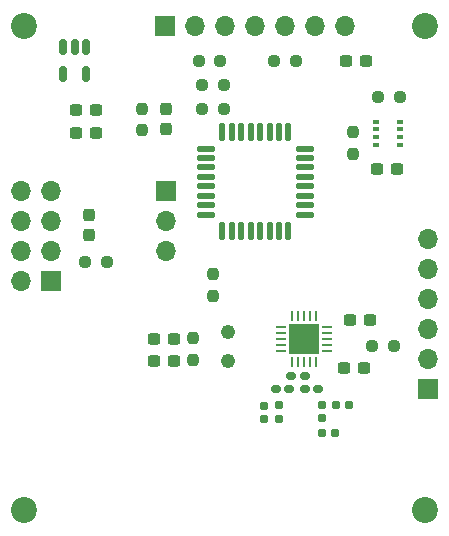
<source format=gbr>
%TF.GenerationSoftware,KiCad,Pcbnew,8.0.4*%
%TF.CreationDate,2024-11-27T18:51:44-06:00*%
%TF.ProjectId,TempReader_w_I2C.kicad_sch,54656d70-5265-4616-9465-725f775f4932,rev?*%
%TF.SameCoordinates,Original*%
%TF.FileFunction,Soldermask,Top*%
%TF.FilePolarity,Negative*%
%FSLAX46Y46*%
G04 Gerber Fmt 4.6, Leading zero omitted, Abs format (unit mm)*
G04 Created by KiCad (PCBNEW 8.0.4) date 2024-11-27 18:51:44*
%MOMM*%
%LPD*%
G01*
G04 APERTURE LIST*
G04 Aperture macros list*
%AMRoundRect*
0 Rectangle with rounded corners*
0 $1 Rounding radius*
0 $2 $3 $4 $5 $6 $7 $8 $9 X,Y pos of 4 corners*
0 Add a 4 corners polygon primitive as box body*
4,1,4,$2,$3,$4,$5,$6,$7,$8,$9,$2,$3,0*
0 Add four circle primitives for the rounded corners*
1,1,$1+$1,$2,$3*
1,1,$1+$1,$4,$5*
1,1,$1+$1,$6,$7*
1,1,$1+$1,$8,$9*
0 Add four rect primitives between the rounded corners*
20,1,$1+$1,$2,$3,$4,$5,0*
20,1,$1+$1,$4,$5,$6,$7,0*
20,1,$1+$1,$6,$7,$8,$9,0*
20,1,$1+$1,$8,$9,$2,$3,0*%
G04 Aperture macros list end*
%ADD10RoundRect,0.237500X0.237500X-0.300000X0.237500X0.300000X-0.237500X0.300000X-0.237500X-0.300000X0*%
%ADD11RoundRect,0.062500X-0.062500X0.350000X-0.062500X-0.350000X0.062500X-0.350000X0.062500X0.350000X0*%
%ADD12RoundRect,0.062500X-0.350000X0.062500X-0.350000X-0.062500X0.350000X-0.062500X0.350000X0.062500X0*%
%ADD13R,2.500000X2.500000*%
%ADD14RoundRect,0.160000X0.222500X0.160000X-0.222500X0.160000X-0.222500X-0.160000X0.222500X-0.160000X0*%
%ADD15RoundRect,0.237500X-0.250000X-0.237500X0.250000X-0.237500X0.250000X0.237500X-0.250000X0.237500X0*%
%ADD16RoundRect,0.237500X0.300000X0.237500X-0.300000X0.237500X-0.300000X-0.237500X0.300000X-0.237500X0*%
%ADD17RoundRect,0.237500X0.250000X0.237500X-0.250000X0.237500X-0.250000X-0.237500X0.250000X-0.237500X0*%
%ADD18C,2.200000*%
%ADD19RoundRect,0.155000X0.155000X-0.212500X0.155000X0.212500X-0.155000X0.212500X-0.155000X-0.212500X0*%
%ADD20RoundRect,0.155000X-0.155000X0.212500X-0.155000X-0.212500X0.155000X-0.212500X0.155000X0.212500X0*%
%ADD21R,1.700000X1.700000*%
%ADD22O,1.700000X1.700000*%
%ADD23RoundRect,0.125000X-0.625000X-0.125000X0.625000X-0.125000X0.625000X0.125000X-0.625000X0.125000X0*%
%ADD24RoundRect,0.125000X-0.125000X-0.625000X0.125000X-0.625000X0.125000X0.625000X-0.125000X0.625000X0*%
%ADD25RoundRect,0.155000X-0.212500X-0.155000X0.212500X-0.155000X0.212500X0.155000X-0.212500X0.155000X0*%
%ADD26C,1.234000*%
%ADD27RoundRect,0.237500X-0.237500X0.250000X-0.237500X-0.250000X0.237500X-0.250000X0.237500X0.250000X0*%
%ADD28RoundRect,0.150000X-0.150000X0.512500X-0.150000X-0.512500X0.150000X-0.512500X0.150000X0.512500X0*%
%ADD29R,0.500000X0.350000*%
%ADD30RoundRect,0.160000X-0.222500X-0.160000X0.222500X-0.160000X0.222500X0.160000X-0.222500X0.160000X0*%
%ADD31RoundRect,0.237500X0.237500X-0.250000X0.237500X0.250000X-0.237500X0.250000X-0.237500X-0.250000X0*%
%ADD32RoundRect,0.237500X-0.237500X0.300000X-0.237500X-0.300000X0.237500X-0.300000X0.237500X0.300000X0*%
G04 APERTURE END LIST*
D10*
%TO.C,C9*%
X170000000Y-81725000D03*
X170000000Y-80000000D03*
%TD*%
D11*
%TO.C,NRF24L01+1*%
X182700000Y-97562500D03*
X182200000Y-97562500D03*
X181700000Y-97562500D03*
X181200000Y-97562500D03*
X180700000Y-97562500D03*
D12*
X179762500Y-98500000D03*
X179762500Y-99000000D03*
X179762500Y-99500000D03*
X179762500Y-100000000D03*
X179762500Y-100500000D03*
D11*
X180700000Y-101437500D03*
X181200000Y-101437500D03*
X181700000Y-101437500D03*
X182200000Y-101437500D03*
X182700000Y-101437500D03*
D12*
X183637500Y-100500000D03*
X183637500Y-100000000D03*
X183637500Y-99500000D03*
X183637500Y-99000000D03*
X183637500Y-98500000D03*
D13*
X181700000Y-99500000D03*
%TD*%
D14*
%TO.C,L2*%
X180475000Y-103740000D03*
X179330000Y-103740000D03*
%TD*%
D15*
%TO.C,R1*%
X187500000Y-100125000D03*
X189325000Y-100125000D03*
%TD*%
D16*
%TO.C,C4*%
X189600000Y-85087500D03*
X187875000Y-85087500D03*
%TD*%
D17*
%TO.C,R5*%
X174912500Y-80000000D03*
X173087500Y-80000000D03*
%TD*%
D18*
%TO.C,H3*%
X158000000Y-114000000D03*
%TD*%
D16*
%TO.C,C1*%
X164125000Y-82075000D03*
X162400000Y-82075000D03*
%TD*%
%TO.C,C3*%
X186825000Y-101925000D03*
X185100000Y-101925000D03*
%TD*%
D19*
%TO.C,C11*%
X178360000Y-106295000D03*
X178360000Y-105160000D03*
%TD*%
D20*
%TO.C,C5*%
X183200000Y-105050000D03*
X183200000Y-106185000D03*
%TD*%
D21*
%TO.C,J2*%
X169920000Y-73000000D03*
D22*
X172460000Y-73000000D03*
X175000000Y-73000000D03*
X177540000Y-73000000D03*
X180080000Y-73000000D03*
X182620000Y-73000000D03*
X185160000Y-73000000D03*
%TD*%
D16*
%TO.C,C13*%
X187325000Y-97875000D03*
X185600000Y-97875000D03*
%TD*%
D15*
%TO.C,R9*%
X172795000Y-76000000D03*
X174620000Y-76000000D03*
%TD*%
D23*
%TO.C,STM32F030R8*%
X173425000Y-83375000D03*
X173425000Y-84175000D03*
X173425000Y-84975000D03*
X173425000Y-85775000D03*
X173425000Y-86575000D03*
X173425000Y-87375000D03*
X173425000Y-88175000D03*
X173425000Y-88975000D03*
D24*
X174800000Y-90350000D03*
X175600000Y-90350000D03*
X176400000Y-90350000D03*
X177200000Y-90350000D03*
X178000000Y-90350000D03*
X178800000Y-90350000D03*
X179600000Y-90350000D03*
X180400000Y-90350000D03*
D23*
X181775000Y-88975000D03*
X181775000Y-88175000D03*
X181775000Y-87375000D03*
X181775000Y-86575000D03*
X181775000Y-85775000D03*
X181775000Y-84975000D03*
X181775000Y-84175000D03*
X181775000Y-83375000D03*
D24*
X180400000Y-82000000D03*
X179600000Y-82000000D03*
X178800000Y-82000000D03*
X178000000Y-82000000D03*
X177200000Y-82000000D03*
X176400000Y-82000000D03*
X175600000Y-82000000D03*
X174800000Y-82000000D03*
%TD*%
D16*
%TO.C,C2*%
X164125000Y-80075000D03*
X162400000Y-80075000D03*
%TD*%
D25*
%TO.C,C6*%
X183205000Y-107440000D03*
X184340000Y-107440000D03*
%TD*%
D21*
%TO.C,UART1*%
X170000000Y-87000000D03*
D22*
X170000000Y-89540000D03*
X170000000Y-92080000D03*
%TD*%
D26*
%TO.C,Y1*%
X175325000Y-98875000D03*
X175325000Y-101375000D03*
%TD*%
D16*
%TO.C,C8*%
X187000000Y-76000000D03*
X185275000Y-76000000D03*
%TD*%
D19*
%TO.C,C10*%
X179590000Y-106245000D03*
X179590000Y-105110000D03*
%TD*%
D15*
%TO.C,R4*%
X173087500Y-78000000D03*
X174912500Y-78000000D03*
%TD*%
D27*
%TO.C,R3*%
X168000000Y-80000000D03*
X168000000Y-81825000D03*
%TD*%
D28*
%TO.C,U5*%
X163250000Y-74750000D03*
X162300000Y-74750000D03*
X161350000Y-74750000D03*
X161350000Y-77025000D03*
X163250000Y-77025000D03*
%TD*%
D14*
%TO.C,L3*%
X182905000Y-103730000D03*
X181760000Y-103730000D03*
%TD*%
D18*
%TO.C,H4*%
X192000000Y-114000000D03*
%TD*%
D29*
%TO.C,BME280*%
X187825000Y-83037500D03*
X187825000Y-82387500D03*
X187825000Y-81737500D03*
X187825000Y-81087500D03*
X189875000Y-81087500D03*
X189875000Y-81737500D03*
X189875000Y-82387500D03*
X189875000Y-83037500D03*
%TD*%
D30*
%TO.C,L1*%
X180620000Y-102620000D03*
X181765000Y-102620000D03*
%TD*%
D17*
%TO.C,R11*%
X165000000Y-93000000D03*
X163175000Y-93000000D03*
%TD*%
D25*
%TO.C,C12*%
X184385000Y-105060000D03*
X185520000Y-105060000D03*
%TD*%
D18*
%TO.C,H2*%
X158000000Y-73000000D03*
%TD*%
D21*
%TO.C,J1*%
X160275000Y-94620000D03*
D22*
X157735000Y-94620000D03*
X160275000Y-92080000D03*
X157735000Y-92080000D03*
X160275000Y-89540000D03*
X157735000Y-89540000D03*
X160275000Y-87000000D03*
X157735000Y-87000000D03*
%TD*%
D31*
%TO.C,R7*%
X185825000Y-83825000D03*
X185825000Y-82000000D03*
%TD*%
D27*
%TO.C,R8*%
X174000000Y-94000000D03*
X174000000Y-95825000D03*
%TD*%
%TO.C,R2*%
X172280000Y-99435000D03*
X172280000Y-101260000D03*
%TD*%
D17*
%TO.C,R6*%
X189825000Y-79000000D03*
X188000000Y-79000000D03*
%TD*%
D16*
%TO.C,C15*%
X170750000Y-101340000D03*
X169025000Y-101340000D03*
%TD*%
%TO.C,C14*%
X170750000Y-99500000D03*
X169025000Y-99500000D03*
%TD*%
D32*
%TO.C,C7*%
X163500000Y-89000000D03*
X163500000Y-90725000D03*
%TD*%
D17*
%TO.C,R10*%
X181000000Y-76000000D03*
X179175000Y-76000000D03*
%TD*%
D18*
%TO.C,H1*%
X192000000Y-73000000D03*
%TD*%
D21*
%TO.C,NotSure1*%
X192250000Y-103700000D03*
D22*
X192250000Y-101160000D03*
X192250000Y-98620000D03*
X192250000Y-96080000D03*
X192250000Y-93540000D03*
X192250000Y-91000000D03*
%TD*%
M02*

</source>
